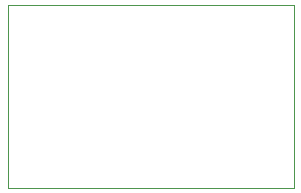
<source format=gbr>
%TF.GenerationSoftware,KiCad,Pcbnew,7.0.6*%
%TF.CreationDate,2023-09-12T23:14:46-07:00*%
%TF.ProjectId,Rotary Encoder Board,526f7461-7279-4204-956e-636f64657220,rev?*%
%TF.SameCoordinates,Original*%
%TF.FileFunction,Profile,NP*%
%FSLAX46Y46*%
G04 Gerber Fmt 4.6, Leading zero omitted, Abs format (unit mm)*
G04 Created by KiCad (PCBNEW 7.0.6) date 2023-09-12 23:14:46*
%MOMM*%
%LPD*%
G01*
G04 APERTURE LIST*
%TA.AperFunction,Profile*%
%ADD10C,0.100000*%
%TD*%
G04 APERTURE END LIST*
D10*
X129896000Y-79246000D02*
X154116000Y-79246000D01*
X154116000Y-94754000D01*
X129896000Y-94754000D01*
X129896000Y-79246000D01*
M02*

</source>
